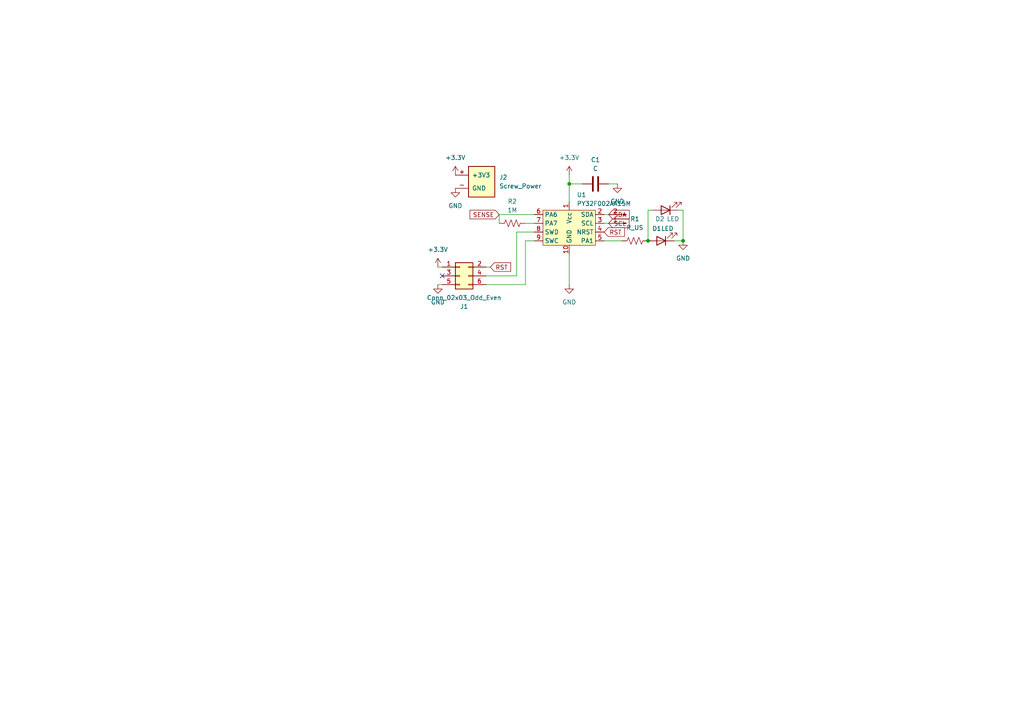
<source format=kicad_sch>
(kicad_sch (version 20231120) (generator "eeschema") (generator_version "8.0")
  (paper "A4")
  (lib_symbols
    (symbol "Connector:Conn_01x02_Pin" (pin_names (offset 1.016) hide)
      (property "Reference" "J" (at 0 2.54 0))
      (property "Value" "Conn_01x02_Pin" (at 0 -5.08 0))
      (symbol "Conn_01x02_Pin_1_1"
        (polyline (pts (xy 1.27 -2.54) (xy 0.8636 -2.54)) (stroke (width 0.1524)))
        (polyline (pts (xy 1.27 0) (xy 0.8636 0)) (stroke (width 0.1524)))
        (rectangle (start 0.8636 -2.413) (end 0 -2.667) (stroke (width 0.1524)) (fill (type outline)))
        (rectangle (start 0.8636 0.127) (end 0 -0.127) (stroke (width 0.1524)) (fill (type outline)))
        (pin passive line (at 5.08 0 180) (length 3.81) (name "Pin_1") (number "1"))
        (pin passive line (at 5.08 -2.54 180) (length 3.81) (name "Pin_2") (number "2"))
      )
    )
    (symbol "Connector_Generic:Conn_02x03_Odd_Even" (pin_names (offset 1.016) hide)
      (property "Reference" "J" (at 1.27 5.08 0))
      (property "Value" "Conn_02x03_Odd_Even" (at 1.27 -5.08 0))
      (symbol "Conn_02x03_Odd_Even_1_1"
        (rectangle (start -1.27 -2.413) (end 0 -2.667) (stroke (width 0.1524)))
        (rectangle (start -1.27 0.127) (end 0 -0.127) (stroke (width 0.1524)))
        (rectangle (start -1.27 2.667) (end 0 2.413) (stroke (width 0.1524)))
        (rectangle (start -1.27 3.81) (end 3.81 -3.81) (stroke (width 0.254)) (fill (type background)))
        (rectangle (start 3.81 -2.413) (end 2.54 -2.667) (stroke (width 0.1524)))
        (rectangle (start 3.81 0.127) (end 2.54 -0.127) (stroke (width 0.1524)))
        (rectangle (start 3.81 2.667) (end 2.54 2.413) (stroke (width 0.1524)))
        (pin passive line (at -5.08 2.54 0) (length 3.81) (name "Pin_1") (number "1"))
        (pin passive line (at 7.62 2.54 180) (length 3.81) (name "Pin_2") (number "2"))
        (pin passive line (at -5.08 0 0) (length 3.81) (name "Pin_3") (number "3"))
        (pin passive line (at 7.62 0 180) (length 3.81) (name "Pin_4") (number "4"))
        (pin passive line (at -5.08 -2.54 0) (length 3.81) (name "Pin_5") (number "5"))
        (pin passive line (at 7.62 -2.54 180) (length 3.81) (name "Pin_6") (number "6"))
      )
    )
    (symbol "Device:C" (pin_numbers hide) (pin_names (offset 0.254))
      (property "Reference" "C" (at 0.635 2.54 0))
      (property "Value" "C" (at 0.635 -2.54 0))
      (symbol "C_0_1"
        (polyline (pts (xy -2.032 -0.762) (xy 2.032 -0.762)) (stroke (width 0.508)))
        (polyline (pts (xy -2.032 0.762) (xy 2.032 0.762)) (stroke (width 0.508)))
      )
      (symbol "C_1_1"
        (pin passive line (at 0 3.81 270) (length 2.794) (name "~") (number "1"))
        (pin passive line (at 0 -3.81 90) (length 2.794) (name "~") (number "2"))
      )
    )
    (symbol "Device:LED" (pin_numbers hide) (pin_names (offset 1.016) hide)
      (property "Reference" "D" (at 0 2.54 0))
      (property "Value" "LED" (at 0 -2.54 0))
      (symbol "LED_0_1"
        (polyline (pts (xy -1.27 -1.27) (xy -1.27 1.27)) (stroke (width 0.254)))
        (polyline (pts (xy -1.27 0) (xy 1.27 0)))
        (polyline (pts (xy 1.27 -1.27) (xy 1.27 1.27) (xy -1.27 0) (xy 1.27 -1.27)) (stroke (width 0.254)))
        (polyline (pts (xy -3.048 -0.762) (xy -4.572 -2.286) (xy -3.81 -2.286) (xy -4.572 -2.286) (xy -4.572 -1.524)))
        (polyline (pts (xy -1.778 -0.762) (xy -3.302 -2.286) (xy -2.54 -2.286) (xy -3.302 -2.286) (xy -3.302 -1.524)))
      )
      (symbol "LED_1_1"
        (pin passive line (at -3.81 0 0) (length 2.54) (name "K") (number "1"))
        (pin passive line (at 3.81 0 180) (length 2.54) (name "A") (number "2"))
      )
    )
    (symbol "Device:R_US" (pin_numbers hide) (pin_names (offset 0))
      (property "Reference" "R" (at 2.54 0 90))
      (property "Value" "R_US" (at -2.54 0 90))
      (symbol "R_US_0_1"
        (polyline (pts (xy 0 -2.286) (xy 0 -2.54)))
        (polyline (pts (xy 0 2.286) (xy 0 2.54)))
        (polyline (pts (xy 0 -0.762) (xy 1.016 -1.143) (xy 0 -1.524) (xy -1.016 -1.905) (xy 0 -2.286)))
        (polyline (pts (xy 0 0.762) (xy 1.016 0.381) (xy 0 0) (xy -1.016 -0.381) (xy 0 -0.762)))
        (polyline (pts (xy 0 2.286) (xy 1.016 1.905) (xy 0 1.524) (xy -1.016 1.143) (xy 0 0.762)))
      )
      (symbol "R_US_1_1"
        (pin passive line (at 0 3.81 270) (length 1.27) (name "~") (number "1"))
        (pin passive line (at 0 -3.81 90) (length 1.27) (name "~") (number "2"))
      )
    )
    (symbol "Grange:PY32F002AA15M"
      (property "Reference" "U" (at -1.27 0 0))
      (property "Value" "PY32F002AA15M" (at 13.97 -12.7 0))
      (symbol "PY32F002AA15M_1_1"
        (rectangle (start -2.54 -1.27) (end 12.7 -11.43) (fill (type background)))
        (pin power_in line (at 5.08 1.27 270) (length 2.54) (name "Vcc") (number "1"))
        (pin power_in line (at 5.08 -13.97 90) (length 2.54) (name "GND") (number "10"))
        (pin bidirectional line (at 15.24 -2.54 180) (length 2.54) (name "SDA") (number "2"))
        (pin bidirectional line (at 15.24 -5.08 180) (length 2.54) (name "SCL") (number "3"))
        (pin input line (at 15.24 -7.62 180) (length 2.54) (name "NRST") (number "4"))
        (pin bidirectional line (at 15.24 -10.16 180) (length 2.54) (name "PA1") (number "5"))
        (pin bidirectional line (at -5.08 -2.54 0) (length 2.54) (name "PA6") (number "6"))
        (pin bidirectional line (at -5.08 -5.08 0) (length 2.54) (name "PA7") (number "7"))
        (pin bidirectional line (at -5.08 -7.62 0) (length 2.54) (name "SWD") (number "8"))
        (pin bidirectional line (at -5.08 -10.16 0) (length 2.54) (name "SWC") (number "9"))
      )
    )
    (symbol "Saintcon2024Klip-ons:Screw_Power" (pin_names (offset 1.016))
      (property "Reference" "J" (at -0.254 5.08 0))
      (property "Value" "Screw_Power" (at 0.254 -6.35 0))
      (symbol "Screw_Power_1_1"
        (rectangle (start -3.81 3.81) (end 3.81 -5.08) (stroke (width 0.254)) (fill (type background)))
        (pin power_out line (at -7.62 1.27 0) (length 3.81) (name "+3V3") (number "+"))
        (pin power_out line (at -7.62 -2.54 0) (length 3.81) (name "GND") (number "-"))
      )
    )
    (symbol "power:+3.3V" (power) (pin_names (offset 0))
      (property "Value" "+3.3V" (at 0 3.556 0))
      (symbol "+3.3V_0_1"
        (polyline (pts (xy -0.762 1.27) (xy 0 2.54)))
        (polyline (pts (xy 0 0) (xy 0 2.54)))
        (polyline (pts (xy 0 2.54) (xy 0.762 1.27)))
      )
      (symbol "+3.3V_1_1"
        (pin power_in line (at 0 0 90) (length 0) hide (name "+3.3V") (number "1"))
      )
    )
    (symbol "power:GND" (power) (pin_names (offset 0))
      (property "Value" "GND" (at 0 -3.81 0))
      (symbol "GND_0_1"
        (polyline (pts (xy 0 0) (xy 0 -1.27) (xy 1.27 -1.27) (xy 0 -2.54) (xy -1.27 -1.27) (xy 0 -1.27)))
      )
      (symbol "GND_1_1"
        (pin power_in line (at 0 0 270) (length 0) hide (name "GND") (number "1"))
      )
    )
  )
  (junction (at 187.96 69.85))
  (junction (at 198.12 69.85))
  (junction (at 165.1 53.34))
  (no_connect (at 128.27 80.01))
  (wire (pts (xy 198.12 60.96) (xy 198.12 69.85)))
  (wire (pts (xy 128.27 82.55) (xy 127 82.55)))
  (wire (pts (xy 165.1 73.66) (xy 165.1 82.55)))
  (wire (pts (xy 187.96 69.85) (xy 187.96 60.96)))
  (wire (pts (xy 140.97 82.55) (xy 152.4 82.55)))
  (wire (pts (xy 140.97 80.01) (xy 149.86 80.01)))
  (wire (pts (xy 152.4 82.55) (xy 152.4 69.85)))
  (wire (pts (xy 140.97 77.47) (xy 142.24 77.47)))
  (wire (pts (xy 165.1 53.34) (xy 165.1 58.42)))
  (wire (pts (xy 176.53 53.34) (xy 179.07 53.34)))
  (wire (pts (xy 196.85 60.96) (xy 198.12 60.96)))
  (wire (pts (xy 144.78 64.77) (xy 144.78 62.23)))
  (wire (pts (xy 176.53 64.77) (xy 175.26 64.77)))
  (wire (pts (xy 149.86 80.01) (xy 149.86 67.31)))
  (wire (pts (xy 195.58 69.85) (xy 198.12 69.85)))
  (wire (pts (xy 152.4 69.85) (xy 154.94 69.85)))
  (wire (pts (xy 165.1 50.8) (xy 165.1 53.34)))
  (wire (pts (xy 187.96 60.96) (xy 189.23 60.96)))
  (wire (pts (xy 175.26 69.85) (xy 180.34 69.85)))
  (wire (pts (xy 152.4 64.77) (xy 154.94 64.77)))
  (wire (pts (xy 165.1 53.34) (xy 168.91 53.34)))
  (wire (pts (xy 144.78 62.23) (xy 154.94 62.23)))
  (wire (pts (xy 176.53 62.23) (xy 175.26 62.23)))
  (wire (pts (xy 128.27 77.47) (xy 127 77.47)))
  (wire (pts (xy 149.86 67.31) (xy 154.94 67.31)))
  (global_label "SENSE" (shape input) (at 144.78 62.23 180) (property "Intersheetrefs" "${INTERSHEET_REFS}" (effects (hide yes))))
  (global_label "RST" (shape input) (at 142.24 77.47 0) (property "Intersheetrefs" "${INTERSHEET_REFS}" (effects (hide yes))))
  (global_label "RST" (shape input) (at 175.26 67.31 0) (property "Intersheetrefs" "${INTERSHEET_REFS}" (effects (hide yes))))
  (global_label "SCL" (shape input) (at 176.53 64.77 0) (property "Intersheetrefs" "${INTERSHEET_REFS}" (effects (hide yes))))
  (global_label "SDA" (shape input) (at 176.53 62.23 0) (property "Intersheetrefs" "${INTERSHEET_REFS}" (effects (hide yes))))
  (symbol (lib_id "power:+3.3V") (at 165.1 50.8 0) (unit 1)
    (property "Reference" "#PWR03" (effects (hide yes)))
    (property "Value" "+3.3V" (at 165.1 45.72 0))
  )
  (symbol (lib_id "Grange:PY32F002AA15M") (at 160.02 59.69 0) (unit 1)
    (property "Reference" "U1" (at 167.2941 56.515 0) (effects (justify left)))
    (property "Value" "PY32F002AA15M" (at 167.2941 59.055 0) (effects (justify left)))
    (property "Footprint" "Grange:SSOP-10_3.9x4.9mm_P1.00mm" (effects (hide yes)))
  )
  (symbol (lib_id "power:GND") (at 132.08 54.61 0) (unit 1)
    (property "Reference" "#PWR08" (effects (hide yes)))
    (property "Value" "GND" (at 132.08 59.69 0))
  )
  (symbol (lib_id "Device:C") (at 172.72 53.34 90) (unit 1)
    (property "Reference" "C1" (at 172.72 46.355 90))
    (property "Value" "C" (at 172.72 48.895 90))
    (property "Footprint" "Capacitor_SMD:C_0805_2012Metric_Pad1.18x1.45mm_HandSolder" (effects (hide yes)))
  )
  (symbol (lib_id "Device:R_US") (at 148.59 64.77 270) (unit 1)
    (property "Reference" "R2" (at 148.59 58.42 90))
    (property "Value" "1M" (at 148.59 60.96 90))
    (property "Footprint" "Resistor_SMD:R_0805_2012Metric_Pad1.20x1.40mm_HandSolder" (effects (hide yes)))
  )
  (symbol (lib_id "power:+3.3V") (at 127 77.47 0) (unit 1)
    (property "Reference" "#PWR01" (effects (hide yes)))
    (property "Value" "+3.3V" (at 127 72.39 0))
  )
  (symbol (lib_id "Connector:Conn_01x02_Pin") (at 181.61 64.77 180) (unit 1)
    (property "Reference" "J3" (effects (hide yes)))
    (property "Value" "Conn_01x02_Pin" (effects (hide yes)))
    (property "Footprint" "Connector_PinHeader_2.54mm:PinHeader_1x02_P2.54mm_Vertical" (effects (hide yes)))
    (property "Description" "Generic connector, single row, 01x02, script generated" (effects (hide yes)))
  )
  (symbol (lib_id "Saintcon2024Klip-ons:Screw_Power") (at 139.7 52.07 0) (unit 1)
    (property "Reference" "J2" (at 144.78 51.4349 0) (effects (justify left)))
    (property "Value" "Screw_Power" (at 144.78 53.9749 0) (effects (justify left)))
    (property "Footprint" "Saintcon2024Klip-ons:Saintcon2024Klip-onUpper" (effects (hide yes)))
  )
  (symbol (lib_id "power:GND") (at 179.07 53.34 0) (unit 1)
    (property "Reference" "#PWR05" (effects (hide yes)))
    (property "Value" "GND" (at 179.07 58.42 0))
  )
  (symbol (lib_id "Device:LED") (at 191.77 69.85 180) (unit 1)
    (property "Reference" "D1" (at 190.5 66.294 0))
    (property "Value" "LED" (at 193.548 66.294 0))
    (property "Footprint" "Grange:Reverse_LED" (effects (hide yes)))
  )
  (symbol (lib_id "power:GND") (at 127 82.55 0) (mirror y) (unit 1)
    (property "Reference" "#PWR02" (effects (hide yes)))
    (property "Value" "GND" (at 127 87.63 0))
    (property "Description" "Power symbol creates a global label with name \"GND\" , ground" (effects (hide yes)))
  )
  (symbol (lib_id "Device:R_US") (at 184.15 69.85 270) (unit 1)
    (property "Reference" "R1" (at 184.15 63.5 90))
    (property "Value" "R_US" (at 184.15 66.04 90))
    (property "Footprint" "Resistor_SMD:R_0805_2012Metric_Pad1.20x1.40mm_HandSolder" (effects (hide yes)))
  )
  (symbol (lib_id "power:GND") (at 165.1 82.55 0) (unit 1)
    (property "Reference" "#PWR04" (effects (hide yes)))
    (property "Value" "GND" (at 165.1 87.63 0))
  )
  (symbol (lib_id "power:+3.3V") (at 132.08 50.8 0) (unit 1)
    (property "Reference" "#PWR07" (effects (hide yes)))
    (property "Value" "+3.3V" (at 132.08 45.72 0))
  )
  (symbol (lib_id "power:GND") (at 198.12 69.85 0) (unit 1)
    (property "Reference" "#PWR06" (effects (hide yes)))
    (property "Value" "GND" (at 198.12 74.93 0))
  )
  (symbol (lib_id "Connector_Generic:Conn_02x03_Odd_Even") (at 133.35 80.01 0) (unit 1)
    (property "Reference" "J1" (at 134.62 88.9 0))
    (property "Value" "Conn_02x03_Odd_Even" (at 134.62 86.36 0))
    (property "Footprint" "Connector_PinHeader_1.27mm:PinHeader_2x03_P1.27mm_Vertical" (effects (hide yes)))
    (property "Description" "Generic connector, double row, 02x03, odd/even pin numbering scheme (row 1 odd numbers, row 2 even numbers), script generated (kicad-library-utils/schlib/autogen/connector/)" (effects (hide yes)))
  )
  (symbol (lib_id "Device:LED") (at 193.04 60.96 180) (unit 1)
    (property "Reference" "D2" (at 191.389 63.5 0))
    (property "Value" "LED" (at 195.199 63.5 0))
    (property "Footprint" "Grange:Reverse_LED" (effects (hide yes)))
  )
)
</source>
